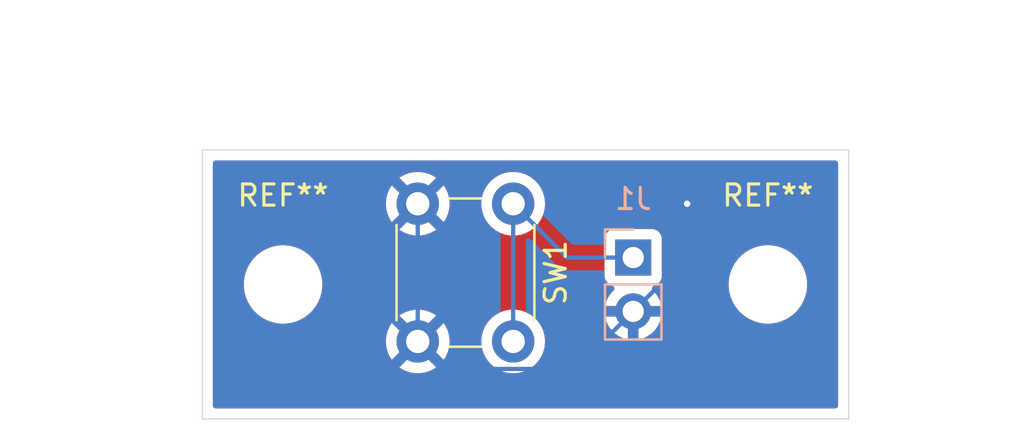
<source format=kicad_pcb>
(kicad_pcb (version 20240108) (generator "pcbnew") (generator_version "8.0")
  (layers (0 "F.Cu" signal) (31 "B.Cu" signal) (34 "B.Paste" user) (35 "F.Paste" user) (36 "B.SilkS" user "B.Silkscreen") (37 "F.SilkS" user "F.Silkscreen") (38 "B.Mask" user) (39 "F.Mask" user) (44 "Edge.Cuts" user))
  (net 0 "")
  (net 1 "Earth")
  (net 2 "/RESET_SW")
  (footprint "MountingHole:MountingHole_3.2mm_M3" (layer "F.Cu") (at 91.74619 65.625)
    (property "Reference" "REF**" (at 0 -4.2 0) (layer "F.SilkS"))
    (property "Value" "MountingHole_3.2mm_M3" (hide yes))
    (pad "" np_thru_hole circle (at 0 0) (size 3.2 3.2) (drill 3.2) (layers "*.Cu" "*.Mask"))
  )
  (footprint "MountingHole:MountingHole_3.2mm_M3" (layer "F.Cu") (at 68.88619 65.625)
    (property "Reference" "REF**" (at 0 -4.2 0) (layer "F.SilkS"))
    (property "Value" "MountingHole_3.2mm_M3" (hide yes))
    (pad "" np_thru_hole circle (at 0 0) (size 3.2 3.2) (drill 3.2) (layers "*.Cu" "*.Mask"))
  )
  (footprint "Button_Switch_THT:SW_PUSH_6mm_H5mm" (layer "F.Cu") (at 79.73619 61.815 -90)
    (property "Reference" "SW1" (at 3.25 -2 90) (layer "F.SilkS"))
    (property "Value" "SW_Push")
    (fp_line (start 1 5.5) (end 5.5 5.5) (stroke (width 0.12)) (layer "F.SilkS"))
    (fp_line (start 6.75 3) (end 6.75 1.5) (stroke (width 0.12)) (layer "F.SilkS"))
    (fp_line (start -0.25 1.5) (end -0.25 3) (stroke (width 0.12)) (layer "F.SilkS"))
    (fp_line (start 5.5 -1) (end 1 -1) (stroke (width 0.12)) (layer "F.SilkS"))
    (pad "1" thru_hole circle (at 0 0) (size 2 2) (drill 1.1) (layers "*.Cu" "*.Mask") (net 2 "/RESET_SW"))
    (pad "1" thru_hole circle (at 6.5 0) (size 2 2) (drill 1.1) (layers "*.Cu" "*.Mask") (net 2 "/RESET_SW"))
    (pad "2" thru_hole circle (at 0 4.5) (size 2 2) (drill 1.1) (layers "*.Cu" "*.Mask") (net 1 "Earth"))
    (pad "2" thru_hole circle (at 6.5 4.5) (size 2 2) (drill 1.1) (layers "*.Cu" "*.Mask") (net 1 "Earth"))
  )
  (footprint "Connector_PinSocket_2.54mm:PinSocket_1x02_P2.54mm_Vertical" (layer "B.Cu") (at 85.39619 64.355 180)
    (property "Reference" "J1" (at 0 2.77 0) (layer "B.SilkS") (effects (justify mirror)))
    (property "Value" "Conn_01x02" (hide yes))
    (fp_line (start 1.33 1.33) (end 0 1.33) (stroke (width 0.12)) (layer "B.SilkS"))
    (fp_line (start 1.33 0) (end 1.33 1.33) (stroke (width 0.12)) (layer "B.SilkS"))
    (fp_line (start 1.33 -1.27) (end -1.33 -1.27) (stroke (width 0.12)) (layer "B.SilkS"))
    (fp_line (start 1.33 -3.87) (end 1.33 -1.27) (stroke (width 0.12)) (layer "B.SilkS"))
    (fp_line (start 1.33 -3.87) (end -1.33 -3.87) (stroke (width 0.12)) (layer "B.SilkS"))
    (fp_line (start -1.33 -3.87) (end -1.33 -1.27) (stroke (width 0.12)) (layer "B.SilkS"))
    (pad "1" thru_hole rect (at 0 0 180) (size 1.7 1.7) (drill 1) (layers "*.Cu" "*.Mask") (net 2 "/RESET_SW"))
    (pad "2" thru_hole oval (at 0 -2.54 180) (size 1.7 1.7) (drill 1) (layers "*.Cu" "*.Mask") (net 1 "Earth"))
  )
  (gr_rect (start 65.07619 59.275) (end 95.55619 71.975) (stroke (width 0.05)) (fill none) (layer "Edge.Cuts"))
  (via (at 87.93619 61.815) (size 0.6) (drill 0.3) (layers "F.Cu" "B.Cu") (net 1))
  (segment (start 85.39619 66.895) (end 82.67619 69.615) (width 0.2) (layer "B.Cu") (net 1))
  (segment (start 82.67619 69.615) (end 76.53619 69.615) (width 0.2) (layer "B.Cu") (net 1))
  (segment (start 76.53619 69.615) (end 75.23619 68.315) (width 0.2) (layer "B.Cu") (net 1))
  (segment (start 75.23619 61.815) (end 75.23619 68.315) (width 0.2) (layer "B.Cu") (net 1))
  (segment (start 87.93619 64.355) (end 87.93619 61.815) (width 0.2) (layer "B.Cu") (net 1))
  (segment (start 85.39619 66.895) (end 87.93619 64.355) (width 0.2) (layer "B.Cu") (net 1))
  (segment (start 85.39619 64.355) (end 82.27619 64.355) (width 0.2) (layer "B.Cu") (net 2))
  (segment (start 79.73619 68.315) (end 79.73619 61.815) (width 0.2) (layer "B.Cu") (net 2))
  (segment (start 82.27619 64.355) (end 79.73619 61.815) (width 0.2) (layer "B.Cu") (net 2))
  (zone (net 1) (net_name "Earth") (layers "F&B.Cu") (connect_pads (clearance 0.5)) (min_thickness 0.25) (fill yes (thermal_gap 0.5) (thermal_bridge_width 0.5))
    (polygon (pts (xy 101.57619 65.275) (xy 101.57619 72.775) (xy 59.57619 73.275) (xy 59.57619 57.275) (xy 102.07619 58.275)))
  )
)
</source>
